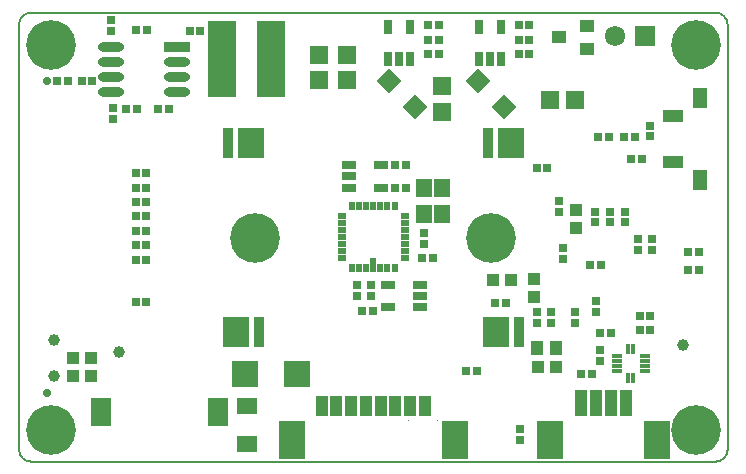
<source format=gbs>
%FSLAX44Y44*%
%MOMM*%
G71*
G01*
G75*
G04 Layer_Color=16711935*
%ADD10R,1.5000X0.4000*%
%ADD11R,0.6000X0.5000*%
%ADD12R,1.2000X1.6000*%
%ADD13R,0.5000X0.6000*%
%ADD14R,1.3970X1.3970*%
%ADD15R,1.2700X0.5080*%
%ADD16R,1.0160X0.8890*%
%ADD17R,0.8890X1.0160*%
%ADD18P,1.8385X4X90.0*%
%ADD19R,0.7000X0.6000*%
%ADD20R,1.4000X0.6000*%
%ADD21R,0.8000X1.6000*%
%ADD22R,1.2500X0.3000*%
%ADD23R,1.2000X1.4000*%
%ADD24R,1.2000X2.2000*%
%ADD25R,1.6000X1.4000*%
%ADD26R,1.1000X1.4000*%
%ADD27R,0.7000X1.6000*%
%ADD28R,1.0668X0.8128*%
G04:AMPARAMS|DCode=29|XSize=0.22mm|YSize=0.8mm|CornerRadius=0mm|HoleSize=0mm|Usage=FLASHONLY|Rotation=180.000|XOffset=0mm|YOffset=0mm|HoleType=Round|Shape=RoundedRectangle|*
%AMROUNDEDRECTD29*
21,1,0.2200,0.8000,0,0,180.0*
21,1,0.2200,0.8000,0,0,180.0*
1,1,0.0000,-0.1100,0.4000*
1,1,0.0000,0.1100,0.4000*
1,1,0.0000,0.1100,-0.4000*
1,1,0.0000,-0.1100,-0.4000*
%
%ADD29ROUNDEDRECTD29*%
%ADD30R,4.3000X4.3000*%
G04:AMPARAMS|DCode=31|XSize=0.22mm|YSize=0.8mm|CornerRadius=0mm|HoleSize=0mm|Usage=FLASHONLY|Rotation=270.000|XOffset=0mm|YOffset=0mm|HoleType=Round|Shape=RoundedRectangle|*
%AMROUNDEDRECTD31*
21,1,0.2200,0.8000,0,0,270.0*
21,1,0.2200,0.8000,0,0,270.0*
1,1,0.0000,-0.4000,-0.1100*
1,1,0.0000,-0.4000,0.1100*
1,1,0.0000,0.4000,0.1100*
1,1,0.0000,0.4000,-0.1100*
%
%ADD31ROUNDEDRECTD31*%
%ADD32R,0.8128X0.8128*%
%ADD33R,0.7600X1.5200*%
%ADD34R,1.2954X1.6002*%
%ADD35R,1.2000X1.2500*%
%ADD36R,2.4000X1.2500*%
%ADD37C,0.4000*%
%ADD38C,0.2000*%
%ADD39C,0.1270*%
%ADD40C,0.2540*%
%ADD41C,0.6000*%
%ADD42C,0.3000*%
%ADD43R,1.3000X1.2000*%
%ADD44C,0.0254*%
%ADD45C,1.5240*%
%ADD46R,1.5240X1.5240*%
G04:AMPARAMS|DCode=47|XSize=4mm|YSize=4mm|CornerRadius=2mm|HoleSize=0mm|Usage=FLASHONLY|Rotation=0.000|XOffset=0mm|YOffset=0mm|HoleType=Round|Shape=RoundedRectangle|*
%AMROUNDEDRECTD47*
21,1,4.0000,0.0000,0,0,0.0*
21,1,0.0000,4.0000,0,0,0.0*
1,1,4.0000,0.0000,0.0000*
1,1,4.0000,0.0000,0.0000*
1,1,4.0000,0.0000,0.0000*
1,1,4.0000,0.0000,0.0000*
%
%ADD47ROUNDEDRECTD47*%
%ADD48C,0.5000*%
%ADD49C,4.4000*%
%ADD50C,3.6000*%
%ADD51C,0.8000*%
%ADD52R,0.7250X2.3500*%
%ADD53P,1.8385X4X180.0*%
%ADD54R,0.8128X0.8128*%
%ADD55R,1.1000X0.5000*%
%ADD56R,0.6000X0.3500*%
%ADD57R,0.3500X0.6000*%
%ADD58R,0.3500X1.0000*%
%ADD59R,2.1500X6.3000*%
G04:AMPARAMS|DCode=60|XSize=2mm|YSize=2mm|CornerRadius=0mm|HoleSize=0mm|Usage=FLASHONLY|Rotation=180.000|XOffset=0mm|YOffset=0mm|HoleType=Round|Shape=RoundedRectangle|*
%AMROUNDEDRECTD60*
21,1,2.0000,2.0000,0,0,180.0*
21,1,2.0000,2.0000,0,0,180.0*
1,1,0.0000,-1.0000,1.0000*
1,1,0.0000,1.0000,1.0000*
1,1,0.0000,1.0000,-1.0000*
1,1,0.0000,-1.0000,-1.0000*
%
%ADD60ROUNDEDRECTD60*%
%ADD61R,1.3970X1.3970*%
%ADD62R,1.6000X2.2000*%
%ADD63R,2.1000X3.0000*%
%ADD64R,0.8000X2.1000*%
%ADD65R,1.0000X1.5000*%
%ADD66R,1.5000X0.8000*%
%ADD67R,0.7500X0.2000*%
%ADD68R,0.2000X0.7500*%
%ADD69R,0.5000X1.1000*%
%ADD70R,2.0320X0.6096*%
%ADD71O,2.0320X0.6096*%
%ADD72R,1.6000X1.2000*%
%ADD73C,0.8000*%
%ADD74R,1.9250X2.3500*%
%ADD75C,4.0000*%
%ADD76C,0.1200*%
%ADD77C,0.1250*%
%ADD78C,0.1524*%
%ADD79C,0.2032*%
%ADD80C,0.1000*%
%ADD81R,1.7000X0.6000*%
%ADD82R,0.8000X0.7000*%
%ADD83R,1.4000X1.8000*%
%ADD84R,0.7000X0.8000*%
%ADD85R,1.5970X1.5970*%
%ADD86R,1.4700X0.7080*%
%ADD87R,1.2160X1.0890*%
%ADD88R,1.0890X1.2160*%
%ADD89P,2.1213X4X90.0*%
%ADD90R,0.9000X0.8000*%
%ADD91R,1.6000X0.8000*%
%ADD92R,1.0000X1.8000*%
%ADD93R,1.4500X0.5000*%
%ADD94R,1.4000X1.6000*%
%ADD95R,1.4000X2.4000*%
%ADD96R,1.8000X1.6000*%
%ADD97R,1.3000X1.6000*%
%ADD98R,0.9000X1.8000*%
%ADD99R,1.2668X1.0128*%
G04:AMPARAMS|DCode=100|XSize=0.42mm|YSize=1mm|CornerRadius=0mm|HoleSize=0mm|Usage=FLASHONLY|Rotation=180.000|XOffset=0mm|YOffset=0mm|HoleType=Round|Shape=RoundedRectangle|*
%AMROUNDEDRECTD100*
21,1,0.4200,1.0000,0,0,180.0*
21,1,0.4200,1.0000,0,0,180.0*
1,1,0.0000,-0.2100,0.5000*
1,1,0.0000,0.2100,0.5000*
1,1,0.0000,0.2100,-0.5000*
1,1,0.0000,-0.2100,-0.5000*
%
%ADD100ROUNDEDRECTD100*%
%ADD101R,4.5000X4.5000*%
G04:AMPARAMS|DCode=102|XSize=0.42mm|YSize=1mm|CornerRadius=0mm|HoleSize=0mm|Usage=FLASHONLY|Rotation=270.000|XOffset=0mm|YOffset=0mm|HoleType=Round|Shape=RoundedRectangle|*
%AMROUNDEDRECTD102*
21,1,0.4200,1.0000,0,0,270.0*
21,1,0.4200,1.0000,0,0,270.0*
1,1,0.0000,-0.5000,-0.2100*
1,1,0.0000,-0.5000,0.2100*
1,1,0.0000,0.5000,0.2100*
1,1,0.0000,0.5000,-0.2100*
%
%ADD102ROUNDEDRECTD102*%
%ADD103R,1.0128X1.0128*%
%ADD104R,0.9600X1.7200*%
%ADD105R,1.4954X1.8002*%
%ADD106R,1.4000X1.4500*%
%ADD107R,2.6000X1.4500*%
%ADD108C,1.7240*%
%ADD109R,1.7240X1.7240*%
G04:AMPARAMS|DCode=110|XSize=4.2mm|YSize=4.2mm|CornerRadius=2.1mm|HoleSize=0mm|Usage=FLASHONLY|Rotation=0.000|XOffset=0mm|YOffset=0mm|HoleType=Round|Shape=RoundedRectangle|*
%AMROUNDEDRECTD110*
21,1,4.2000,0.0000,0,0,0.0*
21,1,0.0000,4.2000,0,0,0.0*
1,1,4.2000,0.0000,0.0000*
1,1,4.2000,0.0000,0.0000*
1,1,4.2000,0.0000,0.0000*
1,1,4.2000,0.0000,0.0000*
%
%ADD110ROUNDEDRECTD110*%
%ADD111C,0.7000*%
%ADD112C,4.6000*%
%ADD113R,1.4000X2.5500*%
%ADD114C,1.0000*%
%ADD115R,0.9250X2.5500*%
%ADD116P,2.1213X4X180.0*%
%ADD117R,1.0128X1.0128*%
%ADD118R,1.3000X0.7000*%
%ADD119R,0.8000X0.5500*%
%ADD120R,0.5500X0.8000*%
%ADD121R,0.5500X1.2000*%
%ADD122R,2.3500X6.5000*%
G04:AMPARAMS|DCode=123|XSize=2.2mm|YSize=2.2mm|CornerRadius=0mm|HoleSize=0mm|Usage=FLASHONLY|Rotation=180.000|XOffset=0mm|YOffset=0mm|HoleType=Round|Shape=RoundedRectangle|*
%AMROUNDEDRECTD123*
21,1,2.2000,2.2000,0,0,180.0*
21,1,2.2000,2.2000,0,0,180.0*
1,1,0.0000,-1.1000,1.1000*
1,1,0.0000,1.1000,1.1000*
1,1,0.0000,1.1000,-1.1000*
1,1,0.0000,-1.1000,-1.1000*
%
%ADD123ROUNDEDRECTD123*%
%ADD124R,1.5970X1.5970*%
%ADD125R,1.8000X2.4000*%
%ADD126R,2.3000X3.2000*%
%ADD127R,1.0000X2.3000*%
%ADD128R,1.2000X1.7000*%
%ADD129R,1.7000X1.0000*%
%ADD130R,0.9500X0.4000*%
%ADD131R,0.4000X0.9500*%
%ADD132R,0.7000X1.3000*%
%ADD133R,2.2320X0.8096*%
%ADD134O,2.2320X0.8096*%
%ADD135R,1.8000X1.4000*%
%ADD136C,4.2000*%
D38*
X-290000Y190000D02*
G03*
X-300000Y180000I0J-10000D01*
G01*
Y-180000D02*
G03*
X-290000Y-190000I10000J0D01*
G01*
X299941Y180000D02*
G03*
X289941Y190000I-10000J0D01*
G01*
Y-190000D02*
G03*
X299941Y-180000I0J10000D01*
G01*
X-290000Y190000D02*
X289941Y190000D01*
X-290000Y-190000D02*
X289941Y-190000D01*
X-300000Y-180000D02*
Y180000D01*
X300000Y-180000D02*
Y180000D01*
D44*
X28993Y-154584D02*
X29000D01*
X2493Y-143984D02*
X2500D01*
X27493D02*
X27500D01*
X53993Y-154584D02*
X54000D01*
D82*
X124000Y-162500D02*
D03*
Y-171500D02*
D03*
X192000Y-104500D02*
D03*
Y-95500D02*
D03*
X160632Y-9534D02*
D03*
Y-18534D02*
D03*
X42800Y-5862D02*
D03*
Y3138D02*
D03*
X213000Y21500D02*
D03*
Y12500D02*
D03*
X224000Y-1500D02*
D03*
Y-10500D02*
D03*
X236000D02*
D03*
Y-1500D02*
D03*
X188000Y12500D02*
D03*
Y21500D02*
D03*
X200000Y12500D02*
D03*
Y21500D02*
D03*
X-222000Y174500D02*
D03*
Y183500D02*
D03*
X-14028Y-40653D02*
D03*
Y-49653D02*
D03*
X170678Y-72500D02*
D03*
Y-63500D02*
D03*
X150678D02*
D03*
Y-72500D02*
D03*
X157000Y30500D02*
D03*
Y21500D02*
D03*
X139000Y-72500D02*
D03*
Y-63500D02*
D03*
X234000Y85500D02*
D03*
Y94500D02*
D03*
X188178Y-63500D02*
D03*
Y-54500D02*
D03*
X-1549Y-49538D02*
D03*
Y-40539D02*
D03*
X-220676Y108941D02*
D03*
Y99941D02*
D03*
D84*
X218500Y66000D02*
D03*
X227500D02*
D03*
X138377Y58620D02*
D03*
X147377D02*
D03*
X132230Y154830D02*
D03*
X123230D02*
D03*
Y179230D02*
D03*
X132230D02*
D03*
X192123Y-81350D02*
D03*
X201123D02*
D03*
X-201101Y54000D02*
D03*
X-192101D02*
D03*
Y29704D02*
D03*
X-201101D02*
D03*
X-192101Y41899D02*
D03*
X-201101D02*
D03*
X-192101Y-19082D02*
D03*
X-201101D02*
D03*
X-192101Y-7053D02*
D03*
X-201101D02*
D03*
X-192101Y17513D02*
D03*
X-201101D02*
D03*
X-192101Y5244D02*
D03*
X-201101D02*
D03*
X55656Y167031D02*
D03*
X46656D02*
D03*
X18343Y60787D02*
D03*
X27343D02*
D03*
X-589Y-62170D02*
D03*
X-9589D02*
D03*
X-182062Y108887D02*
D03*
X-173062D02*
D03*
X-201003Y175642D02*
D03*
X-192003D02*
D03*
X-258894Y132169D02*
D03*
X-267894D02*
D03*
X-246894D02*
D03*
X-237894D02*
D03*
X266500Y-28000D02*
D03*
X275500D02*
D03*
Y-13000D02*
D03*
X266500D02*
D03*
X-146354Y174853D02*
D03*
X-155354D02*
D03*
X18422Y41653D02*
D03*
X27422D02*
D03*
X212500Y85000D02*
D03*
X221500D02*
D03*
X185000Y-116000D02*
D03*
X176000D02*
D03*
X41585Y-18067D02*
D03*
X50585D02*
D03*
X87500Y-113000D02*
D03*
X78500D02*
D03*
X112140Y-55459D02*
D03*
X103140D02*
D03*
X192500Y-24000D02*
D03*
X183500D02*
D03*
X-201101Y-55000D02*
D03*
X-192101D02*
D03*
X199500Y85000D02*
D03*
X190500D02*
D03*
X-208978Y108729D02*
D03*
X-199978D02*
D03*
X225500Y-67000D02*
D03*
X234500D02*
D03*
X225500Y-79000D02*
D03*
X234500D02*
D03*
X46656Y179230D02*
D03*
X55656D02*
D03*
X46656Y154830D02*
D03*
X55656D02*
D03*
X132230Y167031D02*
D03*
X123230D02*
D03*
D85*
X149205Y116000D02*
D03*
X170795D02*
D03*
D88*
X138999Y-94000D02*
D03*
X155001D02*
D03*
D92*
X31250Y-142584D02*
D03*
X6250D02*
D03*
X-6250D02*
D03*
X-18750D02*
D03*
X-31250D02*
D03*
X-43750D02*
D03*
X18750D02*
D03*
X43750D02*
D03*
D94*
X57877Y41854D02*
D03*
Y19854D02*
D03*
X42877D02*
D03*
Y41854D02*
D03*
D99*
X157608Y169051D02*
D03*
X180544Y159513D02*
D03*
Y178589D02*
D03*
D103*
X136000Y-50375D02*
D03*
Y-35135D02*
D03*
X172000Y7380D02*
D03*
Y22620D02*
D03*
D108*
X204300Y170000D02*
D03*
D109*
X229700D02*
D03*
D110*
X273000Y-163000D02*
D03*
X-273000D02*
D03*
X273000Y163000D02*
D03*
X-273000D02*
D03*
D111*
X-276200Y132000D02*
D03*
Y-132000D02*
D03*
D113*
X-112250Y-80000D02*
D03*
X107750Y-80000D02*
D03*
X112250Y80000D02*
D03*
X-107750D02*
D03*
D114*
X-215000Y-97500D02*
D03*
X262000Y-91000D02*
D03*
X-270400Y-117500D02*
D03*
Y-87500D02*
D03*
D115*
X-123000Y-80000D02*
D03*
X-97000D02*
D03*
X97000D02*
D03*
X123000D02*
D03*
Y80000D02*
D03*
X97000D02*
D03*
X-97000D02*
D03*
X-123000D02*
D03*
D116*
X111000Y110000D02*
D03*
X89000Y132000D02*
D03*
X35000Y110000D02*
D03*
X13000Y132000D02*
D03*
D117*
X139380Y-110000D02*
D03*
X154620D02*
D03*
X101380Y-36000D02*
D03*
X116620D02*
D03*
X-254070Y-102500D02*
D03*
X-238830D02*
D03*
X-254070Y-117500D02*
D03*
X-238830D02*
D03*
D118*
X-20592Y41837D02*
D03*
Y51337D02*
D03*
Y60837D02*
D03*
X6408D02*
D03*
Y41837D02*
D03*
X39461Y-40517D02*
D03*
Y-50017D02*
D03*
Y-59517D02*
D03*
X12461D02*
D03*
Y-40517D02*
D03*
D119*
X26500Y6000D02*
D03*
Y0D02*
D03*
Y-6000D02*
D03*
Y-18000D02*
D03*
Y-12000D02*
D03*
X-26500Y18000D02*
D03*
Y12000D02*
D03*
Y-12000D02*
D03*
Y-6000D02*
D03*
Y0D02*
D03*
Y6000D02*
D03*
Y-18000D02*
D03*
X26500Y18000D02*
D03*
Y12000D02*
D03*
D120*
X12000Y-26000D02*
D03*
X18000D02*
D03*
X-18000Y26000D02*
D03*
X6000Y-26000D02*
D03*
Y26000D02*
D03*
X12000D02*
D03*
X18000D02*
D03*
X-0D02*
D03*
X-6000D02*
D03*
X-12000D02*
D03*
X-18000Y-26000D02*
D03*
X-12000D02*
D03*
X-6000D02*
D03*
D121*
X-0Y-24000D02*
D03*
D122*
X-86331Y150546D02*
D03*
X-127831D02*
D03*
D123*
X-109000Y-116000D02*
D03*
X-65000D02*
D03*
D124*
X-22189Y154443D02*
D03*
Y132853D02*
D03*
X58000Y127795D02*
D03*
Y106205D02*
D03*
X-46251Y132853D02*
D03*
Y154443D02*
D03*
D125*
X-131149Y-147781D02*
D03*
X-230649D02*
D03*
D126*
X-69250Y-171584D02*
D03*
X69250D02*
D03*
X150000D02*
D03*
X240000D02*
D03*
D127*
X213750Y-140584D02*
D03*
X201250D02*
D03*
X188750D02*
D03*
X176250D02*
D03*
D128*
X276300Y118000D02*
D03*
Y48000D02*
D03*
D129*
X253700Y102900D02*
D03*
Y63200D02*
D03*
D130*
X206000Y-101000D02*
D03*
Y-105000D02*
D03*
Y-109000D02*
D03*
Y-113000D02*
D03*
X230000D02*
D03*
Y-109000D02*
D03*
Y-105000D02*
D03*
Y-101000D02*
D03*
D131*
X216000Y-119000D02*
D03*
X220000D02*
D03*
Y-95000D02*
D03*
X216000D02*
D03*
D132*
X31500Y150730D02*
D03*
X22000D02*
D03*
X12500D02*
D03*
Y177730D02*
D03*
X31500D02*
D03*
X108230Y150730D02*
D03*
X98730D02*
D03*
X89230D02*
D03*
Y177730D02*
D03*
X108230D02*
D03*
D133*
X-166200Y161390D02*
D03*
D134*
Y148691D02*
D03*
Y135990D02*
D03*
Y123291D02*
D03*
X-222080D02*
D03*
Y135990D02*
D03*
Y148691D02*
D03*
Y161390D02*
D03*
D135*
X-107000Y-175000D02*
D03*
Y-143000D02*
D03*
D136*
X100000Y-1000D02*
D03*
X-100000D02*
D03*
M02*

</source>
